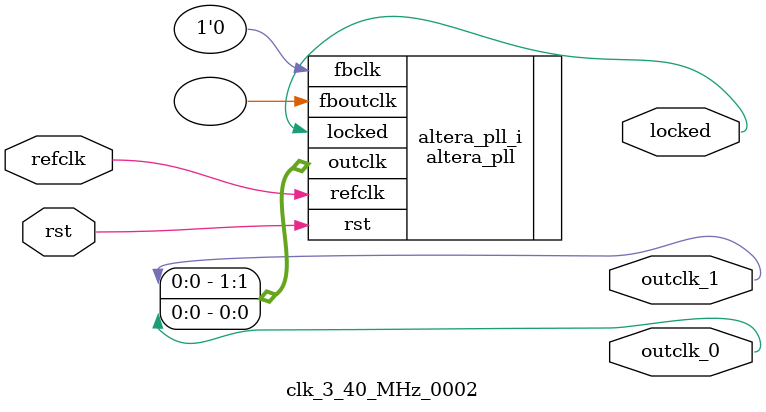
<source format=v>
`timescale 1ns/10ps
module  clk_3_40_MHz_0002(

	// interface 'refclk'
	input wire refclk,

	// interface 'reset'
	input wire rst,

	// interface 'outclk0'
	output wire outclk_0,

	// interface 'outclk1'
	output wire outclk_1,

	// interface 'locked'
	output wire locked
);

	altera_pll #(
		.fractional_vco_multiplier("true"),
		.reference_clock_frequency("50.0 MHz"),
		.operation_mode("direct"),
		.number_of_clocks(2),
		.output_clock_frequency0("3.254999 MHz"),
		.phase_shift0("0 ps"),
		.duty_cycle0(50),
		.output_clock_frequency1("40.002224 MHz"),
		.phase_shift1("0 ps"),
		.duty_cycle1(50),
		.output_clock_frequency2("0 MHz"),
		.phase_shift2("0 ps"),
		.duty_cycle2(50),
		.output_clock_frequency3("0 MHz"),
		.phase_shift3("0 ps"),
		.duty_cycle3(50),
		.output_clock_frequency4("0 MHz"),
		.phase_shift4("0 ps"),
		.duty_cycle4(50),
		.output_clock_frequency5("0 MHz"),
		.phase_shift5("0 ps"),
		.duty_cycle5(50),
		.output_clock_frequency6("0 MHz"),
		.phase_shift6("0 ps"),
		.duty_cycle6(50),
		.output_clock_frequency7("0 MHz"),
		.phase_shift7("0 ps"),
		.duty_cycle7(50),
		.output_clock_frequency8("0 MHz"),
		.phase_shift8("0 ps"),
		.duty_cycle8(50),
		.output_clock_frequency9("0 MHz"),
		.phase_shift9("0 ps"),
		.duty_cycle9(50),
		.output_clock_frequency10("0 MHz"),
		.phase_shift10("0 ps"),
		.duty_cycle10(50),
		.output_clock_frequency11("0 MHz"),
		.phase_shift11("0 ps"),
		.duty_cycle11(50),
		.output_clock_frequency12("0 MHz"),
		.phase_shift12("0 ps"),
		.duty_cycle12(50),
		.output_clock_frequency13("0 MHz"),
		.phase_shift13("0 ps"),
		.duty_cycle13(50),
		.output_clock_frequency14("0 MHz"),
		.phase_shift14("0 ps"),
		.duty_cycle14(50),
		.output_clock_frequency15("0 MHz"),
		.phase_shift15("0 ps"),
		.duty_cycle15(50),
		.output_clock_frequency16("0 MHz"),
		.phase_shift16("0 ps"),
		.duty_cycle16(50),
		.output_clock_frequency17("0 MHz"),
		.phase_shift17("0 ps"),
		.duty_cycle17(50),
		.pll_type("General"),
		.pll_subtype("General")
	) altera_pll_i (
		.rst	(rst),
		.outclk	({outclk_1, outclk_0}),
		.locked	(locked),
		.fboutclk	( ),
		.fbclk	(1'b0),
		.refclk	(refclk)
	);
endmodule


</source>
